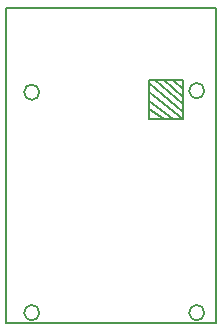
<source format=gbr>
G04 #@! TF.FileFunction,Legend,Bot*
%FSLAX46Y46*%
G04 Gerber Fmt 4.6, Leading zero omitted, Abs format (unit mm)*
G04 Created by KiCad (PCBNEW 4.0.4-stable) date 12/03/16 12:25:19*
%MOMM*%
%LPD*%
G01*
G04 APERTURE LIST*
%ADD10C,0.100000*%
%ADD11C,0.150000*%
G04 APERTURE END LIST*
D10*
D11*
X136655000Y-76628000D02*
X135385000Y-75739000D01*
X137417000Y-76628000D02*
X135385000Y-75104000D01*
X138306000Y-76628000D02*
X135385000Y-74342000D01*
X138306000Y-75993000D02*
X135385000Y-73580000D01*
X138306000Y-75358000D02*
X135893000Y-73326000D01*
X138306000Y-74723000D02*
X136655000Y-73326000D01*
X138306000Y-74088000D02*
X137417000Y-73326000D01*
X138306000Y-76628000D02*
X138306000Y-73326000D01*
X138306000Y-73326000D02*
X135385000Y-73326000D01*
X135385000Y-73326000D02*
X135385000Y-76628000D01*
X135385000Y-76628000D02*
X138306000Y-76628000D01*
X140096575Y-74215000D02*
G75*
G03X140096575Y-74215000I-647575J0D01*
G01*
X126126575Y-74342000D02*
G75*
G03X126126575Y-74342000I-647575J0D01*
G01*
X126126575Y-93011000D02*
G75*
G03X126126575Y-93011000I-647575J0D01*
G01*
X140096575Y-93011000D02*
G75*
G03X140096575Y-93011000I-647575J0D01*
G01*
X141100000Y-93900000D02*
X141100000Y-67230000D01*
X141100000Y-67230000D02*
X123320000Y-67230000D01*
X123320000Y-67230000D02*
X123320000Y-93900000D01*
X123320000Y-93900000D02*
X141100000Y-93900000D01*
M02*

</source>
